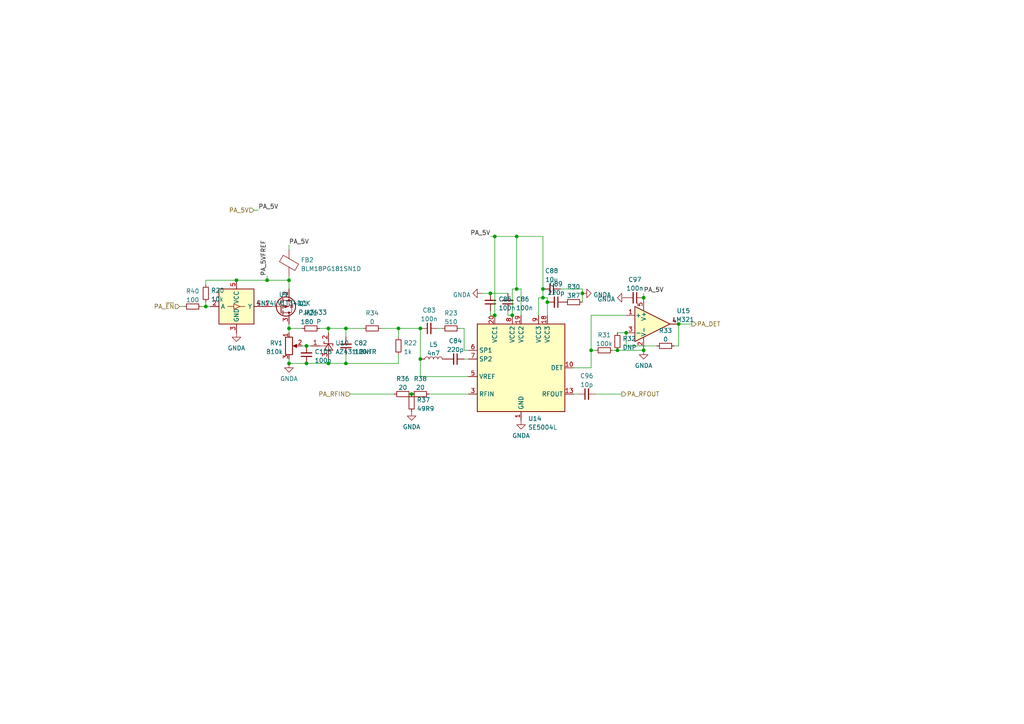
<source format=kicad_sch>
(kicad_sch (version 20211123) (generator eeschema)
  (paper "A4")
  (lib_symbols
    (symbol "Amplifier_Operational:LM321" (pin_names (offset 0.127))
      (property "Reference" "U" (at 0 7.62 0))
      (property "Value" "LM321" (at 0 5.08 0))
      (symbol "LM321_0_1"
        (polyline (pts (xy -5.08 5.08) (xy 5.08 0) (xy -5.08 -5.08) (xy -5.08 5.08)) (stroke (width 0.254)) (fill (type background)))
      )
      (symbol "LM321_1_1"
        (pin input line (at -7.62 2.54 0) (length 2.54) (name "+") (number "1"))
        (pin power_in line (at -2.54 -7.62 90) (length 3.81) (name "V-") (number "2"))
        (pin input line (at -7.62 -2.54 0) (length 2.54) (name "-") (number "3"))
        (pin output line (at 7.62 0 180) (length 2.54) (name "~") (number "4"))
        (pin power_in line (at -2.54 7.62 270) (length 3.81) (name "V+") (number "5"))
      )
    )
    (symbol "Device:C_Small" (pin_numbers hide) (pin_names (offset 0.254) hide)
      (property "Reference" "C" (at 0.254 1.778 0))
      (property "Value" "C_Small" (at 0.254 -2.032 0))
      (symbol "C_Small_0_1"
        (polyline (pts (xy -1.524 -0.508) (xy 1.524 -0.508)) (stroke (width 0.3302)))
        (polyline (pts (xy -1.524 0.508) (xy 1.524 0.508)) (stroke (width 0.3048)))
      )
      (symbol "C_Small_1_1"
        (pin passive line (at 0 2.54 270) (length 2.032) (name "~") (number "1"))
        (pin passive line (at 0 -2.54 90) (length 2.032) (name "~") (number "2"))
      )
    )
    (symbol "Device:FerriteBead" (pin_numbers hide) (pin_names (offset 0))
      (property "Reference" "FB" (at -3.81 0.635 90))
      (property "Value" "FerriteBead" (at 3.81 0 90))
      (symbol "FerriteBead_0_1"
        (polyline (pts (xy 0 -1.27) (xy 0 -1.2192)))
        (polyline (pts (xy 0 1.27) (xy 0 1.2954)))
        (polyline (pts (xy -2.7686 0.4064) (xy -1.7018 2.2606) (xy 2.7686 -0.3048) (xy 1.6764 -2.159) (xy -2.7686 0.4064)))
      )
      (symbol "FerriteBead_1_1"
        (pin passive line (at 0 3.81 270) (length 2.54) (name "~") (number "1"))
        (pin passive line (at 0 -3.81 90) (length 2.54) (name "~") (number "2"))
      )
    )
    (symbol "Device:L" (pin_numbers hide) (pin_names (offset 1.016) hide)
      (property "Reference" "L" (at -1.27 0 90))
      (property "Value" "L" (at 1.905 0 90))
      (symbol "L_0_1"
        (arc (start 0 -2.54) (mid 0.635 -1.905) (end 0 -1.27))
        (arc (start 0 -1.27) (mid 0.635 -0.635) (end 0 0))
        (arc (start 0 0) (mid 0.635 0.635) (end 0 1.27))
        (arc (start 0 1.27) (mid 0.635 1.905) (end 0 2.54))
      )
      (symbol "L_1_1"
        (pin passive line (at 0 3.81 270) (length 1.27) (name "1") (number "1"))
        (pin passive line (at 0 -3.81 90) (length 1.27) (name "2") (number "2"))
      )
    )
    (symbol "Device:Q_PMOS_GSD" (pin_names (offset 0) hide)
      (property "Reference" "Q" (at 5.08 1.27 0))
      (property "Value" "Q_PMOS_GSD" (at 5.08 -1.27 0))
      (symbol "Q_PMOS_GSD_0_1"
        (polyline (pts (xy 0.254 0) (xy -2.54 0)))
        (polyline (pts (xy 0.254 1.905) (xy 0.254 -1.905)) (stroke (width 0.254)))
        (polyline (pts (xy 0.762 -1.27) (xy 0.762 -2.286)) (stroke (width 0.254)))
        (polyline (pts (xy 0.762 0.508) (xy 0.762 -0.508)) (stroke (width 0.254)))
        (polyline (pts (xy 0.762 2.286) (xy 0.762 1.27)) (stroke (width 0.254)))
        (polyline (pts (xy 2.54 2.54) (xy 2.54 1.778)))
        (polyline (pts (xy 2.54 -2.54) (xy 2.54 0) (xy 0.762 0)))
        (polyline (pts (xy 0.762 1.778) (xy 3.302 1.778) (xy 3.302 -1.778) (xy 0.762 -1.778)))
        (polyline (pts (xy 2.286 0) (xy 1.27 0.381) (xy 1.27 -0.381) (xy 2.286 0)) (fill (type outline)))
        (polyline (pts (xy 2.794 -0.508) (xy 2.921 -0.381) (xy 3.683 -0.381) (xy 3.81 -0.254)))
        (polyline (pts (xy 3.302 -0.381) (xy 2.921 0.254) (xy 3.683 0.254) (xy 3.302 -0.381)))
        (circle (center 1.651 0) (radius 2.794) (stroke (width 0.254)))
        (circle (center 2.54 -1.778) (radius 0.254) (fill (type outline)))
        (circle (center 2.54 1.778) (radius 0.254) (fill (type outline)))
      )
      (symbol "Q_PMOS_GSD_1_1"
        (pin input line (at -5.08 0 0) (length 2.54) (name "G") (number "1"))
        (pin passive line (at 2.54 -5.08 90) (length 2.54) (name "S") (number "2"))
        (pin passive line (at 2.54 5.08 270) (length 2.54) (name "D") (number "3"))
      )
    )
    (symbol "Device:R_Potentiometer" (pin_names (offset 1.016) hide)
      (property "Reference" "RV" (at -4.445 0 90))
      (property "Value" "R_Potentiometer" (at -2.54 0 90))
      (symbol "R_Potentiometer_0_1"
        (polyline (pts (xy 2.54 0) (xy 1.524 0)))
        (polyline (pts (xy 1.143 0) (xy 2.286 0.508) (xy 2.286 -0.508) (xy 1.143 0)) (fill (type outline)))
        (rectangle (start 1.016 2.54) (end -1.016 -2.54) (stroke (width 0.254)))
      )
      (symbol "R_Potentiometer_1_1"
        (pin passive line (at 0 3.81 270) (length 1.27) (name "1") (number "1"))
        (pin passive line (at 3.81 0 180) (length 1.27) (name "2") (number "2"))
        (pin passive line (at 0 -3.81 90) (length 1.27) (name "3") (number "3"))
      )
    )
    (symbol "Device:R_Small" (pin_numbers hide) (pin_names (offset 0.254) hide)
      (property "Reference" "R" (at 0.762 0.508 0))
      (property "Value" "R_Small" (at 0.762 -1.016 0))
      (symbol "R_Small_0_1"
        (rectangle (start -0.762 1.778) (end 0.762 -1.778) (stroke (width 0.2032)))
      )
      (symbol "R_Small_1_1"
        (pin passive line (at 0 2.54 270) (length 0.762) (name "~") (number "1"))
        (pin passive line (at 0 -2.54 90) (length 0.762) (name "~") (number "2"))
      )
    )
    (symbol "Logic_LevelTranslator:SN74LV1T34DCK"
      (property "Reference" "U" (at 5.08 6.35 0))
      (property "Value" "SN74LV1T34DCK" (at 5.08 3.81 0))
      (symbol "SN74LV1T34DCK_0_1"
        (rectangle (start -5.08 5.08) (end 5.08 -5.08) (stroke (width 0.254)) (fill (type background)))
        (polyline (pts (xy -0.762 0) (xy -2.54 0)))
        (polyline (pts (xy 1.016 0) (xy 2.54 0)))
      )
      (symbol "SN74LV1T34DCK_1_1"
        (polyline (pts (xy -0.762 -0.762) (xy -0.762 0.762) (xy 1.016 0) (xy -0.762 -0.762)))
        (pin no_connect line (at -5.08 2.54 0) (length 2.54) hide (name "NC") (number "1"))
        (pin input line (at -7.62 0 0) (length 2.54) (name "A") (number "2"))
        (pin power_in line (at 0 -7.62 90) (length 2.54) (name "GND") (number "3"))
        (pin output line (at 7.62 0 180) (length 2.54) (name "Y") (number "4"))
        (pin power_in line (at 0 7.62 270) (length 2.54) (name "VCC") (number "5"))
      )
    )
    (symbol "RF:SE5004L"
      (property "Reference" "U" (at -11.43 13.97 0))
      (property "Value" "SE5004L" (at 12.7 13.97 0))
      (symbol "SE5004L_0_1"
        (rectangle (start -12.7 12.7) (end 12.7 -12.7) (stroke (width 0.254)) (fill (type background)))
      )
      (symbol "SE5004L_1_1"
        (pin power_in line (at 0 -15.24 90) (length 2.54) (name "GND") (number "1"))
        (pin output line (at 15.24 0 180) (length 2.54) (name "DET") (number "10"))
        (pin passive line (at 0 -15.24 90) (length 2.54) hide (name "GND") (number "11"))
        (pin passive line (at 0 -15.24 90) (length 2.54) hide (name "GND") (number "12"))
        (pin output line (at 15.24 -7.62 180) (length 2.54) (name "RFOUT") (number "13"))
        (pin passive line (at 0 -15.24 90) (length 2.54) hide (name "GND") (number "14"))
        (pin passive line (at 0 -15.24 90) (length 2.54) hide (name "GND") (number "15"))
        (pin passive line (at 0 -15.24 90) (length 2.54) hide (name "GND") (number "16"))
        (pin passive line (at 0 -15.24 90) (length 2.54) hide (name "GND") (number "17"))
        (pin power_in line (at 7.62 15.24 270) (length 2.54) (name "VCC3") (number "18"))
        (pin power_in line (at 0 15.24 270) (length 2.54) (name "VCC2") (number "19"))
        (pin passive line (at 0 -15.24 90) (length 2.54) hide (name "GND") (number "2"))
        (pin power_in line (at -7.62 15.24 270) (length 2.54) (name "VCC1") (number "20"))
        (pin passive line (at 0 -15.24 90) (length 2.54) hide (name "GND") (number "21"))
        (pin input line (at -15.24 -7.62 0) (length 2.54) (name "RFIN") (number "3"))
        (pin passive line (at 0 -15.24 90) (length 2.54) hide (name "GND") (number "4"))
        (pin input line (at -15.24 -2.54 0) (length 2.54) (name "VREF") (number "5"))
        (pin passive line (at -15.24 5.08 0) (length 2.54) (name "SP1") (number "6"))
        (pin passive line (at -15.24 2.54 0) (length 2.54) (name "SP2") (number "7"))
        (pin power_in line (at -2.54 15.24 270) (length 2.54) (name "VCC2") (number "8"))
        (pin power_in line (at 5.08 15.24 270) (length 2.54) (name "VCC3") (number "9"))
      )
    )
    (symbol "Reference_Voltage:LM285Z-ADJ" (pin_names (offset 0.0254) hide)
      (property "Reference" "U" (at 1.905 3.81 0))
      (property "Value" "LM285Z-ADJ" (at 0 -3.175 0))
      (symbol "LM285Z-ADJ_0_1"
        (polyline (pts (xy 0 2.54) (xy 0 0.381)))
        (polyline (pts (xy -1.27 0) (xy 0 0) (xy 1.27 0)))
        (polyline (pts (xy -1.27 -1.27) (xy 0.635 0) (xy -1.27 1.27) (xy -1.27 -1.27)) (stroke (width 0.2032)))
        (polyline (pts (xy 0 -1.27) (xy 0.635 -1.27) (xy 0.635 1.27) (xy 1.27 1.27)) (stroke (width 0.2032)))
      )
      (symbol "LM285Z-ADJ_1_1"
        (pin input line (at 0 5.08 270) (length 2.54) (name "FB") (number "1"))
        (pin passive line (at 3.81 0 180) (length 2.54) (name "K") (number "2"))
        (pin passive line (at -3.81 0 0) (length 2.54) (name "A") (number "3"))
      )
    )
    (symbol "power:GNDA" (power) (pin_names (offset 0))
      (property "Value" "GNDA" (at 0 -3.81 0))
      (symbol "GNDA_0_1"
        (polyline (pts (xy 0 0) (xy 0 -1.27) (xy 1.27 -1.27) (xy 0 -2.54) (xy -1.27 -1.27) (xy 0 -1.27)))
      )
      (symbol "GNDA_1_1"
        (pin power_in line (at 0 0 270) (length 0) hide (name "GNDA") (number "1"))
      )
    )
  )
  (junction (at 83.82 105.41))
  (junction (at 83.82 95.25))
  (junction (at 143.51 91.44))
  (junction (at 148.59 91.44))
  (junction (at 59.69 88.9))
  (junction (at 149.86 68.58))
  (junction (at 121.92 104.14))
  (junction (at 186.69 86.36))
  (junction (at 149.86 83.82))
  (junction (at 157.48 83.82))
  (junction (at 168.91 85.09))
  (junction (at 158.75 87.63))
  (junction (at 196.85 93.98))
  (junction (at 95.25 95.25))
  (junction (at 115.57 95.25))
  (junction (at 100.33 95.25))
  (junction (at 181.61 96.52))
  (junction (at 83.82 81.28))
  (junction (at 88.9 100.33))
  (junction (at 77.47 81.28))
  (junction (at 95.25 105.41))
  (junction (at 179.07 101.6))
  (junction (at 100.33 105.41))
  (junction (at 157.48 86.36))
  (junction (at 68.58 81.28))
  (junction (at 171.45 101.6))
  (junction (at 143.51 68.58))
  (junction (at 121.92 95.25))
  (junction (at 186.69 101.6))
  (junction (at 119.38 114.3))
  (junction (at 142.24 85.09))
  (junction (at 88.9 105.41))
  (wire (pts (xy 147.32 90.17) (xy 147.32 91.44)))
  (wire (pts (xy 166.37 106.68) (xy 171.45 106.68)))
  (wire (pts (xy 87.63 100.33) (xy 88.9 100.33)))
  (wire (pts (xy 135.89 109.22) (xy 121.92 109.22)))
  (wire (pts (xy 100.33 95.25) (xy 105.41 95.25)))
  (wire (pts (xy 128.27 95.25) (xy 127 95.25)))
  (wire (pts (xy 133.35 95.25) (xy 134.62 95.25)))
  (wire (pts (xy 149.86 68.58) (xy 149.86 83.82)))
  (wire (pts (xy 95.25 95.25) (xy 95.25 96.52)))
  (wire (pts (xy 196.85 93.98) (xy 200.66 93.98)))
  (wire (pts (xy 143.51 68.58) (xy 143.51 91.44)))
  (wire (pts (xy 157.48 86.36) (xy 156.21 86.36)))
  (wire (pts (xy 83.82 105.41) (xy 88.9 105.41)))
  (wire (pts (xy 83.82 81.28) (xy 83.82 83.82)))
  (wire (pts (xy 77.47 81.28) (xy 83.82 81.28)))
  (wire (pts (xy 59.69 81.28) (xy 68.58 81.28)))
  (wire (pts (xy 52.07 88.9) (xy 53.34 88.9)))
  (wire (pts (xy 124.46 114.3) (xy 135.89 114.3)))
  (wire (pts (xy 92.71 95.25) (xy 95.25 95.25)))
  (wire (pts (xy 168.91 85.09) (xy 168.91 87.63)))
  (wire (pts (xy 121.92 95.25) (xy 121.92 104.14)))
  (wire (pts (xy 134.62 95.25) (xy 134.62 101.6)))
  (wire (pts (xy 95.25 104.14) (xy 95.25 105.41)))
  (wire (pts (xy 142.24 68.58) (xy 143.51 68.58)))
  (wire (pts (xy 148.59 83.82) (xy 148.59 91.44)))
  (wire (pts (xy 83.82 105.41) (xy 83.82 104.14)))
  (wire (pts (xy 171.45 91.44) (xy 181.61 91.44)))
  (wire (pts (xy 121.92 109.22) (xy 121.92 104.14)))
  (wire (pts (xy 59.69 87.63) (xy 59.69 88.9)))
  (wire (pts (xy 172.72 114.3) (xy 180.34 114.3)))
  (wire (pts (xy 186.69 85.09) (xy 186.69 86.36)))
  (wire (pts (xy 115.57 95.25) (xy 121.92 95.25)))
  (wire (pts (xy 134.62 104.14) (xy 135.89 104.14)))
  (wire (pts (xy 68.58 81.28) (xy 77.47 81.28)))
  (wire (pts (xy 157.48 68.58) (xy 157.48 83.82)))
  (wire (pts (xy 83.82 95.25) (xy 83.82 96.52)))
  (wire (pts (xy 181.61 96.52) (xy 181.61 100.33)))
  (wire (pts (xy 149.86 83.82) (xy 148.59 83.82)))
  (wire (pts (xy 151.13 91.44) (xy 151.13 83.82)))
  (wire (pts (xy 77.47 80.01) (xy 77.47 81.28)))
  (wire (pts (xy 100.33 97.79) (xy 100.33 95.25)))
  (wire (pts (xy 151.13 83.82) (xy 149.86 83.82)))
  (wire (pts (xy 142.24 85.09) (xy 147.32 85.09)))
  (wire (pts (xy 59.69 88.9) (xy 60.96 88.9)))
  (wire (pts (xy 101.6 114.3) (xy 114.3 114.3)))
  (wire (pts (xy 88.9 100.33) (xy 90.17 100.33)))
  (wire (pts (xy 100.33 105.41) (xy 115.57 105.41)))
  (wire (pts (xy 139.7 85.09) (xy 142.24 85.09)))
  (wire (pts (xy 172.72 101.6) (xy 171.45 101.6)))
  (wire (pts (xy 158.75 91.44) (xy 158.75 87.63)))
  (wire (pts (xy 179.07 101.6) (xy 186.69 101.6)))
  (wire (pts (xy 147.32 91.44) (xy 148.59 91.44)))
  (wire (pts (xy 196.85 93.98) (xy 196.85 100.33)))
  (wire (pts (xy 162.56 83.82) (xy 168.91 83.82)))
  (wire (pts (xy 143.51 68.58) (xy 149.86 68.58)))
  (wire (pts (xy 95.25 95.25) (xy 100.33 95.25)))
  (wire (pts (xy 171.45 101.6) (xy 171.45 91.44)))
  (wire (pts (xy 181.61 100.33) (xy 190.5 100.33)))
  (wire (pts (xy 167.64 114.3) (xy 166.37 114.3)))
  (wire (pts (xy 158.75 87.63) (xy 158.75 86.36)))
  (wire (pts (xy 59.69 82.55) (xy 59.69 81.28)))
  (wire (pts (xy 73.66 60.96) (xy 74.93 60.96)))
  (wire (pts (xy 83.82 80.01) (xy 83.82 81.28)))
  (wire (pts (xy 134.62 101.6) (xy 135.89 101.6)))
  (wire (pts (xy 115.57 105.41) (xy 115.57 102.87)))
  (wire (pts (xy 168.91 83.82) (xy 168.91 85.09)))
  (wire (pts (xy 171.45 106.68) (xy 171.45 101.6)))
  (wire (pts (xy 83.82 93.98) (xy 83.82 95.25)))
  (wire (pts (xy 83.82 95.25) (xy 87.63 95.25)))
  (wire (pts (xy 179.07 96.52) (xy 181.61 96.52)))
  (wire (pts (xy 83.82 71.12) (xy 83.82 72.39)))
  (wire (pts (xy 156.21 86.36) (xy 156.21 91.44)))
  (wire (pts (xy 177.8 101.6) (xy 179.07 101.6)))
  (wire (pts (xy 157.48 83.82) (xy 157.48 86.36)))
  (wire (pts (xy 58.42 88.9) (xy 59.69 88.9)))
  (wire (pts (xy 142.24 91.44) (xy 143.51 91.44)))
  (wire (pts (xy 95.25 105.41) (xy 100.33 105.41)))
  (wire (pts (xy 142.24 90.17) (xy 142.24 91.44)))
  (wire (pts (xy 115.57 95.25) (xy 115.57 97.79)))
  (wire (pts (xy 149.86 68.58) (xy 157.48 68.58)))
  (wire (pts (xy 110.49 95.25) (xy 115.57 95.25)))
  (wire (pts (xy 195.58 100.33) (xy 196.85 100.33)))
  (wire (pts (xy 88.9 105.41) (xy 95.25 105.41)))
  (wire (pts (xy 158.75 86.36) (xy 157.48 86.36)))
  (wire (pts (xy 100.33 102.87) (xy 100.33 105.41)))
  (label "PA_5V" (at 142.24 68.58 180))
  (label "PA_5V" (at 186.69 85.09 0))
  (label "PA_5V" (at 83.82 71.12 0))
  (label "PA_5VFREF" (at 77.47 80.01 90))
  (label "PA_5V" (at 74.93 60.96 0))
  (hierarchical_label "PA_RFIN" (shape input) (at 101.6 114.3 180))
  (hierarchical_label "PA_5V" (shape input) (at 73.66 60.96 180))
  (hierarchical_label "PA_RFOUT" (shape output) (at 180.34 114.3 0))
  (hierarchical_label "PA_~{EN}" (shape input) (at 52.07 88.9 180))
  (hierarchical_label "PA_DET" (shape output) (at 200.66 93.98 0))
  (symbol (lib_id "Device:R_Small") (at 130.81 95.25 90) (unit 1)
    (property "Reference" "R23" (at 130.81 90.8136 90))
    (property "Value" "510" (at 130.81 93.3505 90))
    (property "Footprint" "Resistor_SMD:R_0402_1005Metric" (effects hide))
  )
  (symbol (lib_id "Device:Q_PMOS_GSD") (at 81.28 88.9 0) (mirror x) (unit 1)
    (property "Reference" "Q1" (at 86.487 88.0653 0) (effects (justify left)))
    (property "Value" "PJA3433" (at 86.487 90.6022 0) (effects (justify left)))
    (property "Footprint" "Package_TO_SOT_SMD:SOT-23" (effects hide))
    (property "Datasheet" "https://www.mouser.com/datasheet/2/1057/PJA3433-2887517.pdf" (effects hide))
  )
  (symbol (lib_id "Device:R_Small") (at 116.84 114.3 90) (unit 1)
    (property "Reference" "R36" (at 116.84 109.8636 90))
    (property "Value" "20" (at 116.84 112.4005 90))
    (property "Footprint" "Resistor_SMD:R_0402_1005Metric" (effects hide))
  )
  (symbol (lib_id "Device:C_Small") (at 142.24 87.63 180) (unit 1)
    (property "Reference" "C85" (at 144.5641 86.7889 0) (effects (justify right)))
    (property "Value" "100n" (at 144.5641 89.3258 0) (effects (justify right)))
    (property "Footprint" "Capacitor_SMD:C_0402_1005Metric" (effects hide))
  )
  (symbol (lib_id "Logic_LevelTranslator:SN74LV1T34DCK") (at 68.58 88.9 0) (unit 1)
    (property "Reference" "U9" (at 82.2423 85.4416 0))
    (property "Value" "SN74LV1T34DCK" (at 82.2423 87.9785 0))
    (property "Footprint" "Package_TO_SOT_SMD:SOT-353_SC-70-5" (effects hide))
    (property "Datasheet" "https://www.ti.com/lit/ds/symlink/sn74lv1t34.pdf" (effects hide))
  )
  (symbol (lib_id "Device:L") (at 125.73 104.14 90) (unit 1)
    (property "Reference" "L5" (at 125.73 99.9322 90))
    (property "Value" "4n7" (at 125.73 102.4691 90))
    (property "Footprint" "Inductor_SMD:L_0402_1005Metric" (effects hide))
  )
  (symbol (lib_id "Device:C_Small") (at 147.32 87.63 180) (unit 1)
    (property "Reference" "C86" (at 149.6441 86.7889 0) (effects (justify right)))
    (property "Value" "100n" (at 149.6441 89.3258 0) (effects (justify right)))
    (property "Footprint" "Capacitor_SMD:C_0402_1005Metric" (effects hide))
  )
  (symbol (lib_id "Device:C_Small") (at 160.02 83.82 270) (unit 1)
    (property "Reference" "C88" (at 160.0136 78.5581 90))
    (property "Value" "10u" (at 160.0136 81.095 90))
    (property "Footprint" "Capacitor_SMD:C_0603_1608Metric" (effects hide))
  )
  (symbol (lib_id "Device:C_Small") (at 100.33 100.33 180) (unit 1)
    (property "Reference" "C82" (at 102.6541 99.4889 0) (effects (justify right)))
    (property "Value" "100n" (at 102.6541 102.0258 0) (effects (justify right)))
    (property "Footprint" "Capacitor_SMD:C_0402_1005Metric" (effects hide))
  )
  (symbol (lib_id "power:GNDA") (at 186.69 101.6 0) (unit 1)
    (property "Reference" "#PWR0179" (effects hide))
    (property "Value" "GNDA" (at 186.69 106.0434 0))
  )
  (symbol (lib_id "Device:R_Small") (at 59.69 85.09 180) (unit 1)
    (property "Reference" "R20" (at 61.1886 84.2553 0) (effects (justify right)))
    (property "Value" "10k" (at 61.1886 86.7922 0) (effects (justify right)))
    (property "Footprint" "Resistor_SMD:R_0402_1005Metric" (effects hide))
  )
  (symbol (lib_id "power:GNDA") (at 181.61 86.36 270) (unit 1)
    (property "Reference" "#PWR0178" (effects hide))
    (property "Value" "GNDA" (at 178.435 86.7938 90) (effects (justify right)))
  )
  (symbol (lib_id "power:GNDA") (at 83.82 105.41 0) (unit 1)
    (property "Reference" "#PWR0166" (effects hide))
    (property "Value" "GNDA" (at 83.82 109.8534 0))
  )
  (symbol (lib_id "Device:R_Small") (at 55.88 88.9 270) (unit 1)
    (property "Reference" "R40" (at 55.88 84.4636 90))
    (property "Value" "100" (at 55.88 87.0005 90))
    (property "Footprint" "Resistor_SMD:R_0402_1005Metric" (effects hide))
  )
  (symbol (lib_id "Device:R_Small") (at 175.26 101.6 270) (unit 1)
    (property "Reference" "R31" (at 175.26 97.1636 90))
    (property "Value" "100k" (at 175.26 99.7005 90))
    (property "Footprint" "Resistor_SMD:R_0402_1005Metric" (effects hide))
  )
  (symbol (lib_id "Device:C_Small") (at 132.08 104.14 270) (unit 1)
    (property "Reference" "C84" (at 132.0736 98.8781 90))
    (property "Value" "220p" (at 132.0736 101.415 90))
    (property "Footprint" "Capacitor_SMD:C_0402_1005Metric" (effects hide))
  )
  (symbol (lib_id "Device:R_Potentiometer") (at 83.82 100.33 0) (unit 1)
    (property "Reference" "RV1" (at 82.0421 99.4953 0) (effects (justify right)))
    (property "Value" "B10k" (at 82.0421 102.0322 0) (effects (justify right)))
    (property "Footprint" "Potentiometer_THT:Potentiometer_Piher_PT-6-H_Horizontal" (effects hide))
  )
  (symbol (lib_id "Device:R_Small") (at 115.57 100.33 180) (unit 1)
    (property "Reference" "R22" (at 117.0686 99.4953 0) (effects (justify right)))
    (property "Value" "1k" (at 117.0686 102.0322 0) (effects (justify right)))
    (property "Footprint" "Resistor_SMD:R_0402_1005Metric" (effects hide))
  )
  (symbol (lib_id "power:GNDA") (at 68.58 96.52 0) (unit 1)
    (property "Reference" "#PWR0175" (effects hide))
    (property "Value" "GNDA" (at 68.58 100.9634 0))
  )
  (symbol (lib_id "Device:R_Small") (at 121.92 114.3 90) (unit 1)
    (property "Reference" "R38" (at 121.92 109.8636 90))
    (property "Value" "20" (at 121.92 112.4005 90))
    (property "Footprint" "Resistor_SMD:R_0402_1005Metric" (effects hide))
  )
  (symbol (lib_id "Device:R_Small") (at 179.07 99.06 0) (unit 1)
    (property "Reference" "R32" (at 180.5686 98.2253 0) (effects (justify left)))
    (property "Value" "DNP" (at 180.5686 100.7622 0) (effects (justify left)))
    (property "Footprint" "Resistor_SMD:R_0402_1005Metric" (effects hide))
  )
  (symbol (lib_id "Device:FerriteBead") (at 83.82 76.2 180) (unit 1)
    (property "Reference" "FB2" (at 87.2236 75.4161 0) (effects (justify right)))
    (property "Value" "BLM18PG181SN1D" (at 87.2236 77.953 0) (effects (justify right)))
    (property "Footprint" "Inductor_SMD:L_0603_1608Metric" (effects hide))
  )
  (symbol (lib_id "Device:R_Small") (at 107.95 95.25 270) (unit 1)
    (property "Reference" "R34" (at 107.95 90.8136 90))
    (property "Value" "0" (at 107.95 93.3505 90))
    (property "Footprint" "Resistor_SMD:R_0402_1005Metric" (effects hide))
  )
  (symbol (lib_id "power:GNDA") (at 168.91 85.09 90) (unit 1)
    (property "Reference" "#PWR0177" (effects hide))
    (property "Value" "GNDA" (at 172.085 85.5238 90) (effects (justify right)))
  )
  (symbol (lib_id "Amplifier_Operational:LM321") (at 189.23 93.98 0) (unit 1)
    (property "Reference" "U15" (at 198.2054 90.1533 0))
    (property "Value" "LM321" (at 198.2054 92.6902 0))
    (property "Footprint" "Package_TO_SOT_SMD:SOT-23-5" (effects hide))
    (property "Datasheet" "http://www.ti.com/lit/ds/symlink/lm321.pdf" (effects hide))
  )
  (symbol (lib_id "Device:C_Small") (at 184.15 86.36 270) (unit 1)
    (property "Reference" "C97" (at 184.1436 81.0981 90))
    (property "Value" "100n" (at 184.1436 83.635 90))
    (property "Footprint" "Capacitor_SMD:C_0402_1005Metric" (effects hide))
  )
  (symbol (lib_id "power:GNDA") (at 151.13 121.92 0) (unit 1)
    (property "Reference" "#PWR0176" (effects hide))
    (property "Value" "GNDA" (at 151.13 126.3634 0))
  )
  (symbol (lib_id "power:GNDA") (at 119.38 119.38 0) (unit 1)
    (property "Reference" "#PWR0182" (effects hide))
    (property "Value" "GNDA" (at 119.38 123.8234 0))
  )
  (symbol (lib_id "Device:C_Small") (at 170.18 114.3 90) (unit 1)
    (property "Reference" "C96" (at 170.1863 109.0381 90))
    (property "Value" "10p" (at 170.1863 111.575 90))
    (property "Footprint" "Capacitor_SMD:C_0402_1005Metric" (effects hide))
  )
  (symbol (lib_id "Reference_Voltage:LM285Z-ADJ") (at 95.25 100.33 90) (unit 1)
    (property "Reference" "U10" (at 97.2566 99.4953 90) (effects (justify right)))
    (property "Value" "AZ431LBNTR" (at 97.2566 102.0322 90) (effects (justify right)))
    (property "Footprint" "Package_TO_SOT_SMD:SOT-23" (effects hide))
    (property "Datasheet" "https://www.diodes.com/assets/Datasheets/AZ431L.pdf" (effects hide))
  )
  (symbol (lib_id "Device:R_Small") (at 166.37 87.63 90) (unit 1)
    (property "Reference" "R30" (at 166.37 83.1936 90))
    (property "Value" "3R7" (at 166.37 85.7305 90))
    (property "Footprint" "Resistor_SMD:R_0402_1005Metric" (effects hide))
  )
  (symbol (lib_id "Device:R_Small") (at 90.17 95.25 90) (unit 1)
    (property "Reference" "R21" (at 90.17 90.8136 90))
    (property "Value" "180 P" (at 90.17 93.3505 90))
    (property "Footprint" "Resistor_SMD:R_0402_1005Metric" (effects hide))
  )
  (symbol (lib_id "Device:R_Small") (at 193.04 100.33 270) (unit 1)
    (property "Reference" "R33" (at 193.04 95.8936 90))
    (property "Value" "0" (at 193.04 98.4305 90))
    (property "Footprint" "Resistor_SMD:R_0402_1005Metric" (effects hide))
  )
  (symbol (lib_id "power:GNDA") (at 139.7 85.09 270) (unit 1)
    (property "Reference" "#PWR0165" (effects hide))
    (property "Value" "GNDA" (at 136.525 85.5238 90) (effects (justify right)))
  )
  (symbol (lib_id "Device:C_Small") (at 88.9 102.87 180) (unit 1)
    (property "Reference" "C105" (at 91.2241 102.0289 0) (effects (justify right)))
    (property "Value" "100n" (at 91.2241 104.5658 0) (effects (justify right)))
    (property "Footprint" "Capacitor_SMD:C_0402_1005Metric" (effects hide))
  )
  (symbol (lib_id "RF:SE5004L") (at 151.13 106.68 0) (unit 1)
    (property "Reference" "U14" (at 153.1494 121.4104 0) (effects (justify left)))
    (property "Value" "SE5004L" (at 153.1494 123.9473 0) (effects (justify left)))
    (property "Footprint" "Package_DFN_QFN:QFN-20-1EP_4x4mm_P0.5mm_EP2.5x2.5mm" (effects hide))
    (property "Datasheet" "https://www.skyworksinc.com/-/media/SkyWorks/Documents/Products/601-700/SE5004L_202393B.pdf" (effects hide))
  )
  (symbol (lib_id "Device:C_Small") (at 124.46 95.25 90) (unit 1)
    (property "Reference" "C83" (at 124.4663 89.9881 90))
    (property "Value" "100n" (at 124.4663 92.525 90))
    (property "Footprint" "Capacitor_SMD:C_0402_1005Metric" (effects hide))
  )
  (symbol (lib_id "Device:R_Small") (at 119.38 116.84 180) (unit 1)
    (property "Reference" "R37" (at 120.8786 116.0053 0) (effects (justify right)))
    (property "Value" "49R9" (at 120.8786 118.5422 0) (effects (justify right)))
    (property "Footprint" "Resistor_SMD:R_0402_1005Metric" (effects hide))
  )
  (symbol (lib_id "Device:C_Small") (at 161.29 87.63 270) (unit 1)
    (property "Reference" "C89" (at 161.2836 82.3681 90))
    (property "Value" "220p" (at 161.2836 84.905 90))
    (property "Footprint" "Capacitor_SMD:C_0402_1005Metric" (effects hide))
  )
)
</source>
